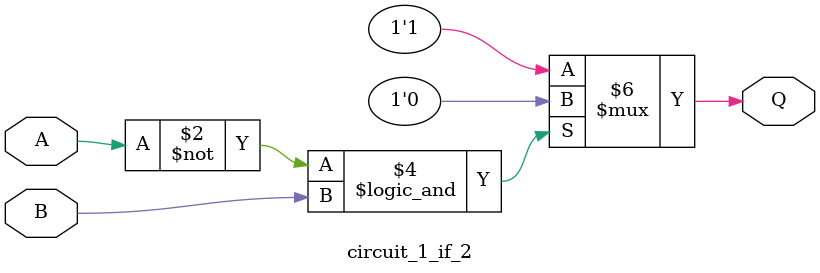
<source format=v>
module circuit_1_if_2 (
  input A, B,
  output reg Q
);
  always @ (*) begin
    if((A==0)&&(B==1)) Q = 0;
    else Q = 1;
  end
endmodule

</source>
